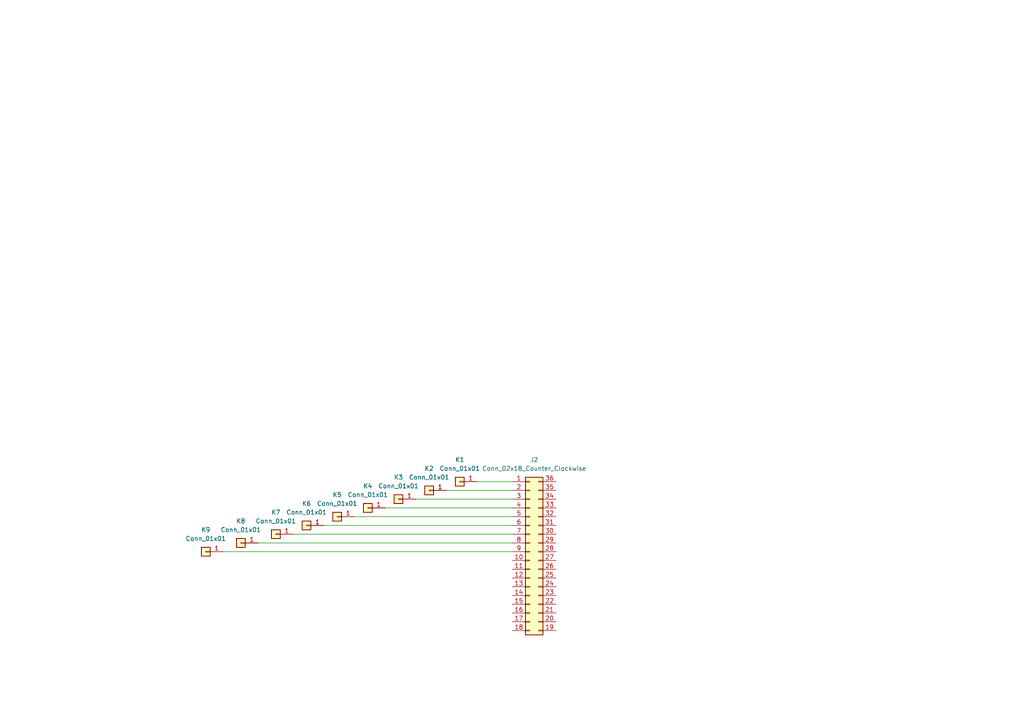
<source format=kicad_sch>
(kicad_sch (version 20231120) (generator "eeschema") (generator_version "8.0")
  (paper "A4")
  (lib_symbols
    (symbol "Connector_Generic:Conn_01x01" (pin_names (offset 1.016) hide)
      (property "Reference" "J" (at 0 2.54 0))
      (property "Value" "Conn_01x01" (at 0 -2.54 0))
      (symbol "Conn_01x01_1_1"
        (rectangle (start -1.27 0.127) (end 0 -0.127) (stroke (width 0.1524)))
        (rectangle (start -1.27 1.27) (end 1.27 -1.27) (stroke (width 0.254)) (fill (type background)))
        (pin passive line (at -5.08 0 0) (length 3.81) (name "Pin_1") (number "1"))
      )
    )
    (symbol "Connector_Generic:Conn_02x18_Counter_Clockwise" (pin_names (offset 1.016) hide)
      (property "Reference" "J" (at 1.27 22.86 0))
      (property "Value" "Conn_02x18_Counter_Clockwise" (at 1.27 -25.4 0))
      (symbol "Conn_02x18_Counter_Clockwise_1_1"
        (rectangle (start -1.27 -22.733) (end 0 -22.987) (stroke (width 0.1524)))
        (rectangle (start -1.27 -20.193) (end 0 -20.447) (stroke (width 0.1524)))
        (rectangle (start -1.27 -17.653) (end 0 -17.907) (stroke (width 0.1524)))
        (rectangle (start -1.27 -15.113) (end 0 -15.367) (stroke (width 0.1524)))
        (rectangle (start -1.27 -12.573) (end 0 -12.827) (stroke (width 0.1524)))
        (rectangle (start -1.27 -10.033) (end 0 -10.287) (stroke (width 0.1524)))
        (rectangle (start -1.27 -7.493) (end 0 -7.747) (stroke (width 0.1524)))
        (rectangle (start -1.27 -4.953) (end 0 -5.207) (stroke (width 0.1524)))
        (rectangle (start -1.27 -2.413) (end 0 -2.667) (stroke (width 0.1524)))
        (rectangle (start -1.27 0.127) (end 0 -0.127) (stroke (width 0.1524)))
        (rectangle (start -1.27 2.667) (end 0 2.413) (stroke (width 0.1524)))
        (rectangle (start -1.27 5.207) (end 0 4.953) (stroke (width 0.1524)))
        (rectangle (start -1.27 7.747) (end 0 7.493) (stroke (width 0.1524)))
        (rectangle (start -1.27 10.287) (end 0 10.033) (stroke (width 0.1524)))
        (rectangle (start -1.27 12.827) (end 0 12.573) (stroke (width 0.1524)))
        (rectangle (start -1.27 15.367) (end 0 15.113) (stroke (width 0.1524)))
        (rectangle (start -1.27 17.907) (end 0 17.653) (stroke (width 0.1524)))
        (rectangle (start -1.27 20.447) (end 0 20.193) (stroke (width 0.1524)))
        (rectangle (start -1.27 21.59) (end 3.81 -24.13) (stroke (width 0.254)) (fill (type background)))
        (rectangle (start 3.81 -22.733) (end 2.54 -22.987) (stroke (width 0.1524)))
        (rectangle (start 3.81 -20.193) (end 2.54 -20.447) (stroke (width 0.1524)))
        (rectangle (start 3.81 -17.653) (end 2.54 -17.907) (stroke (width 0.1524)))
        (rectangle (start 3.81 -15.113) (end 2.54 -15.367) (stroke (width 0.1524)))
        (rectangle (start 3.81 -12.573) (end 2.54 -12.827) (stroke (width 0.1524)))
        (rectangle (start 3.81 -10.033) (end 2.54 -10.287) (stroke (width 0.1524)))
        (rectangle (start 3.81 -7.493) (end 2.54 -7.747) (stroke (width 0.1524)))
        (rectangle (start 3.81 -4.953) (end 2.54 -5.207) (stroke (width 0.1524)))
        (rectangle (start 3.81 -2.413) (end 2.54 -2.667) (stroke (width 0.1524)))
        (rectangle (start 3.81 0.127) (end 2.54 -0.127) (stroke (width 0.1524)))
        (rectangle (start 3.81 2.667) (end 2.54 2.413) (stroke (width 0.1524)))
        (rectangle (start 3.81 5.207) (end 2.54 4.953) (stroke (width 0.1524)))
        (rectangle (start 3.81 7.747) (end 2.54 7.493) (stroke (width 0.1524)))
        (rectangle (start 3.81 10.287) (end 2.54 10.033) (stroke (width 0.1524)))
        (rectangle (start 3.81 12.827) (end 2.54 12.573) (stroke (width 0.1524)))
        (rectangle (start 3.81 15.367) (end 2.54 15.113) (stroke (width 0.1524)))
        (rectangle (start 3.81 17.907) (end 2.54 17.653) (stroke (width 0.1524)))
        (rectangle (start 3.81 20.447) (end 2.54 20.193) (stroke (width 0.1524)))
        (pin passive line (at -5.08 20.32 0) (length 3.81) (name "Pin_1") (number "1"))
        (pin passive line (at -5.08 -2.54 0) (length 3.81) (name "Pin_10") (number "10"))
        (pin passive line (at -5.08 -5.08 0) (length 3.81) (name "Pin_11") (number "11"))
        (pin passive line (at -5.08 -7.62 0) (length 3.81) (name "Pin_12") (number "12"))
        (pin passive line (at -5.08 -10.16 0) (length 3.81) (name "Pin_13") (number "13"))
        (pin passive line (at -5.08 -12.7 0) (length 3.81) (name "Pin_14") (number "14"))
        (pin passive line (at -5.08 -15.24 0) (length 3.81) (name "Pin_15") (number "15"))
        (pin passive line (at -5.08 -17.78 0) (length 3.81) (name "Pin_16") (number "16"))
        (pin passive line (at -5.08 -20.32 0) (length 3.81) (name "Pin_17") (number "17"))
        (pin passive line (at -5.08 -22.86 0) (length 3.81) (name "Pin_18") (number "18"))
        (pin passive line (at 7.62 -22.86 180) (length 3.81) (name "Pin_19") (number "19"))
        (pin passive line (at -5.08 17.78 0) (length 3.81) (name "Pin_2") (number "2"))
        (pin passive line (at 7.62 -20.32 180) (length 3.81) (name "Pin_20") (number "20"))
        (pin passive line (at 7.62 -17.78 180) (length 3.81) (name "Pin_21") (number "21"))
        (pin passive line (at 7.62 -15.24 180) (length 3.81) (name "Pin_22") (number "22"))
        (pin passive line (at 7.62 -12.7 180) (length 3.81) (name "Pin_23") (number "23"))
        (pin passive line (at 7.62 -10.16 180) (length 3.81) (name "Pin_24") (number "24"))
        (pin passive line (at 7.62 -7.62 180) (length 3.81) (name "Pin_25") (number "25"))
        (pin passive line (at 7.62 -5.08 180) (length 3.81) (name "Pin_26") (number "26"))
        (pin passive line (at 7.62 -2.54 180) (length 3.81) (name "Pin_27") (number "27"))
        (pin passive line (at 7.62 0 180) (length 3.81) (name "Pin_28") (number "28"))
        (pin passive line (at 7.62 2.54 180) (length 3.81) (name "Pin_29") (number "29"))
        (pin passive line (at -5.08 15.24 0) (length 3.81) (name "Pin_3") (number "3"))
        (pin passive line (at 7.62 5.08 180) (length 3.81) (name "Pin_30") (number "30"))
        (pin passive line (at 7.62 7.62 180) (length 3.81) (name "Pin_31") (number "31"))
        (pin passive line (at 7.62 10.16 180) (length 3.81) (name "Pin_32") (number "32"))
        (pin passive line (at 7.62 12.7 180) (length 3.81) (name "Pin_33") (number "33"))
        (pin passive line (at 7.62 15.24 180) (length 3.81) (name "Pin_34") (number "34"))
        (pin passive line (at 7.62 17.78 180) (length 3.81) (name "Pin_35") (number "35"))
        (pin passive line (at 7.62 20.32 180) (length 3.81) (name "Pin_36") (number "36"))
        (pin passive line (at -5.08 12.7 0) (length 3.81) (name "Pin_4") (number "4"))
        (pin passive line (at -5.08 10.16 0) (length 3.81) (name "Pin_5") (number "5"))
        (pin passive line (at -5.08 7.62 0) (length 3.81) (name "Pin_6") (number "6"))
        (pin passive line (at -5.08 5.08 0) (length 3.81) (name "Pin_7") (number "7"))
        (pin passive line (at -5.08 2.54 0) (length 3.81) (name "Pin_8") (number "8"))
        (pin passive line (at -5.08 0 0) (length 3.81) (name "Pin_9") (number "9"))
      )
    )
  )
  (wire (pts (xy 129.54 142.24) (xy 148.59 142.24)))
  (wire (pts (xy 138.43 139.7) (xy 148.59 139.7)))
  (wire (pts (xy 111.76 147.32) (xy 148.59 147.32)))
  (wire (pts (xy 74.93 157.48) (xy 148.59 157.48)))
  (wire (pts (xy 102.87 149.86) (xy 148.59 149.86)))
  (wire (pts (xy 93.98 152.4) (xy 148.59 152.4)))
  (wire (pts (xy 85.09 154.94) (xy 148.59 154.94)))
  (wire (pts (xy 120.65 144.78) (xy 148.59 144.78)))
  (wire (pts (xy 148.59 160.02) (xy 64.77 160.02)))
  (symbol (lib_id "Connector_Generic:Conn_01x01") (at 88.9 152.4 180) (unit 1)
    (property "Reference" "K6" (at 88.9 146.05 0))
    (property "Value" "Conn_01x01" (at 88.9 148.59 0))
    (property "Description" "Generic connector, single row, 01x01, script generated (kicad-library-utils/schlib/autogen/connector/)" (effects (hide yes)))
  )
  (symbol (lib_id "Connector_Generic:Conn_01x01") (at 59.69 160.02 180) (unit 1)
    (property "Reference" "K9" (at 59.69 153.67 0))
    (property "Value" "Conn_01x01" (at 59.69 156.21 0))
    (property "Description" "Generic connector, single row, 01x01, script generated (kicad-library-utils/schlib/autogen/connector/)" (effects (hide yes)))
  )
  (symbol (lib_id "Connector_Generic:Conn_01x01") (at 133.35 139.7 180) (unit 1)
    (property "Reference" "K1" (at 133.35 133.35 0))
    (property "Value" "Conn_01x01" (at 133.35 135.89 0))
    (property "Description" "Generic connector, single row, 01x01, script generated (kicad-library-utils/schlib/autogen/connector/)" (effects (hide yes)))
  )
  (symbol (lib_id "Connector_Generic:Conn_01x01") (at 106.68 147.32 180) (unit 1)
    (property "Reference" "K4" (at 106.68 140.97 0))
    (property "Value" "Conn_01x01" (at 106.68 143.51 0))
    (property "Description" "Generic connector, single row, 01x01, script generated (kicad-library-utils/schlib/autogen/connector/)" (effects (hide yes)))
  )
  (symbol (lib_id "Connector_Generic:Conn_02x18_Counter_Clockwise") (at 153.67 160.02 0) (unit 1)
    (property "Reference" "J2" (at 154.94 133.35 0))
    (property "Value" "Conn_02x18_Counter_Clockwise" (at 154.94 135.89 0))
    (property "Footprint" "Connector_PinHeader_2.54mm:PinHeader_2x18_P2.54mm_Vertical_SMD" (effects (hide yes)))
    (property "Description" "Generic connector, double row, 02x18, counter clockwise pin numbering scheme (similar to DIP package numbering), script generated (kicad-library-utils/schlib/autogen/connector/)" (effects (hide yes)))
  )
  (symbol (lib_id "Connector_Generic:Conn_01x01") (at 69.85 157.48 180) (unit 1)
    (property "Reference" "K8" (at 69.85 151.13 0))
    (property "Value" "Conn_01x01" (at 69.85 153.67 0))
    (property "Description" "Generic connector, single row, 01x01, script generated (kicad-library-utils/schlib/autogen/connector/)" (effects (hide yes)))
  )
  (symbol (lib_id "Connector_Generic:Conn_01x01") (at 115.57 144.78 180) (unit 1)
    (property "Reference" "K3" (at 115.57 138.43 0))
    (property "Value" "Conn_01x01" (at 115.57 140.97 0))
    (property "Description" "Generic connector, single row, 01x01, script generated (kicad-library-utils/schlib/autogen/connector/)" (effects (hide yes)))
  )
  (symbol (lib_id "Connector_Generic:Conn_01x01") (at 97.79 149.86 180) (unit 1)
    (property "Reference" "K5" (at 97.79 143.51 0))
    (property "Value" "Conn_01x01" (at 97.79 146.05 0))
    (property "Description" "Generic connector, single row, 01x01, script generated (kicad-library-utils/schlib/autogen/connector/)" (effects (hide yes)))
  )
  (symbol (lib_id "Connector_Generic:Conn_01x01") (at 124.46 142.24 180) (unit 1)
    (property "Reference" "K2" (at 124.46 135.89 0))
    (property "Value" "Conn_01x01" (at 124.46 138.43 0))
    (property "Description" "Generic connector, single row, 01x01, script generated (kicad-library-utils/schlib/autogen/connector/)" (effects (hide yes)))
  )
  (symbol (lib_id "Connector_Generic:Conn_01x01") (at 80.01 154.94 180) (unit 1)
    (property "Reference" "K7" (at 80.01 148.59 0))
    (property "Value" "Conn_01x01" (at 80.01 151.13 0))
    (property "Description" "Generic connector, single row, 01x01, script generated (kicad-library-utils/schlib/autogen/connector/)" (effects (hide yes)))
  )
)
</source>
